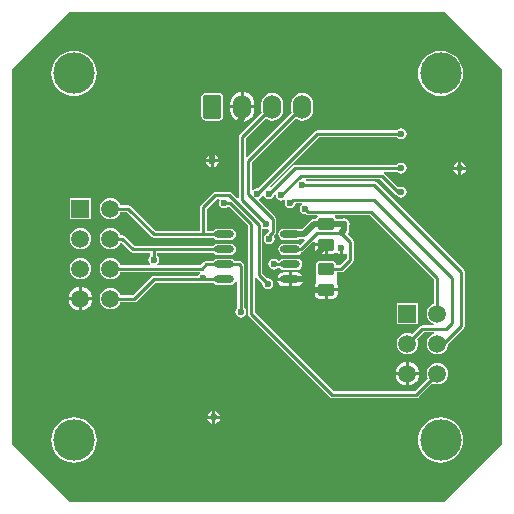
<source format=gbl>
G04 Layer_Physical_Order=2*
G04 Layer_Color=16711680*
%FSLAX44Y44*%
%MOMM*%
G71*
G01*
G75*
G04:AMPARAMS|DCode=17|XSize=1.4mm|YSize=1mm|CornerRadius=0.125mm|HoleSize=0mm|Usage=FLASHONLY|Rotation=0.000|XOffset=0mm|YOffset=0mm|HoleType=Round|Shape=RoundedRectangle|*
%AMROUNDEDRECTD17*
21,1,1.4000,0.7500,0,0,0.0*
21,1,1.1500,1.0000,0,0,0.0*
1,1,0.2500,0.5750,-0.3750*
1,1,0.2500,-0.5750,-0.3750*
1,1,0.2500,-0.5750,0.3750*
1,1,0.2500,0.5750,0.3750*
%
%ADD17ROUNDEDRECTD17*%
%ADD18C,0.2500*%
%ADD20C,0.5000*%
%ADD22C,1.5000*%
%ADD23R,1.5000X1.5000*%
%ADD24O,1.5240X2.0320*%
G04:AMPARAMS|DCode=25|XSize=1.524mm|YSize=2.032mm|CornerRadius=0.1905mm|HoleSize=0mm|Usage=FLASHONLY|Rotation=0.000|XOffset=0mm|YOffset=0mm|HoleType=Round|Shape=RoundedRectangle|*
%AMROUNDEDRECTD25*
21,1,1.5240,1.6510,0,0,0.0*
21,1,1.1430,2.0320,0,0,0.0*
1,1,0.3810,0.5715,-0.8255*
1,1,0.3810,-0.5715,-0.8255*
1,1,0.3810,-0.5715,0.8255*
1,1,0.3810,0.5715,0.8255*
%
%ADD25ROUNDEDRECTD25*%
%ADD26C,3.5000*%
%ADD27C,0.6000*%
%ADD28O,1.7000X0.6500*%
G36*
X207451Y158944D02*
Y-158944D01*
X158944Y-207451D01*
X-158944D01*
X-207451Y-158944D01*
Y158944D01*
X-158944Y207451D01*
X158944D01*
X207451Y158944D01*
D02*
G37*
%LPC*%
G36*
X155200Y174292D02*
X151475Y173925D01*
X147894Y172839D01*
X144593Y171075D01*
X141700Y168700D01*
X139326Y165807D01*
X137562Y162506D01*
X136475Y158925D01*
X136108Y155200D01*
X136475Y151475D01*
X137562Y147894D01*
X139326Y144593D01*
X141700Y141700D01*
X144593Y139326D01*
X147894Y137562D01*
X151475Y136475D01*
X155200Y136108D01*
X158925Y136475D01*
X162506Y137562D01*
X165807Y139326D01*
X168700Y141700D01*
X171075Y144593D01*
X172839Y147894D01*
X173925Y151475D01*
X174292Y155200D01*
X173925Y158925D01*
X172839Y162506D01*
X171075Y165807D01*
X168700Y168700D01*
X165807Y171075D01*
X162506Y172839D01*
X158925Y173925D01*
X155200Y174292D01*
D02*
G37*
G36*
X-155200D02*
X-158925Y173925D01*
X-162506Y172839D01*
X-165807Y171075D01*
X-168700Y168700D01*
X-171074Y165807D01*
X-172839Y162506D01*
X-173925Y158925D01*
X-174292Y155200D01*
X-173925Y151475D01*
X-172839Y147894D01*
X-171074Y144593D01*
X-168700Y141700D01*
X-165807Y139326D01*
X-162506Y137562D01*
X-158925Y136475D01*
X-155200Y136108D01*
X-151475Y136475D01*
X-147894Y137562D01*
X-144593Y139326D01*
X-141700Y141700D01*
X-139326Y144593D01*
X-137561Y147894D01*
X-136475Y151475D01*
X-136108Y155200D01*
X-136475Y158925D01*
X-137561Y162506D01*
X-139326Y165807D01*
X-141700Y168700D01*
X-144593Y171075D01*
X-147894Y172839D01*
X-151475Y173925D01*
X-155200Y174292D01*
D02*
G37*
G36*
X-11430Y139621D02*
Y128270D01*
X-2452D01*
Y129540D01*
X-2801Y132192D01*
X-3825Y134664D01*
X-5454Y136786D01*
X-7576Y138415D01*
X-10048Y139439D01*
X-11430Y139621D01*
D02*
G37*
G36*
X-13970D02*
X-15352Y139439D01*
X-17824Y138415D01*
X-19946Y136786D01*
X-21575Y134664D01*
X-22598Y132192D01*
X-22948Y129540D01*
Y128270D01*
X-13970D01*
Y139621D01*
D02*
G37*
G36*
X-32385Y138727D02*
X-43815D01*
X-45143Y138462D01*
X-46270Y137710D01*
X-47022Y136584D01*
X-47287Y135255D01*
Y118745D01*
X-47022Y117416D01*
X-46270Y116290D01*
X-45143Y115538D01*
X-43815Y115273D01*
X-32385D01*
X-31056Y115538D01*
X-29930Y116290D01*
X-29177Y117416D01*
X-28913Y118745D01*
Y135255D01*
X-29177Y136584D01*
X-29930Y137710D01*
X-31056Y138462D01*
X-32385Y138727D01*
D02*
G37*
G36*
X38100Y138739D02*
X35719Y138425D01*
X33501Y137506D01*
X31596Y136045D01*
X30134Y134139D01*
X29215Y131921D01*
X28901Y129540D01*
Y124460D01*
X29215Y122080D01*
X-8626Y84239D01*
X-9896Y84765D01*
Y100439D01*
X7002Y117337D01*
X8101Y116494D01*
X10319Y115575D01*
X12700Y115261D01*
X15081Y115575D01*
X17299Y116494D01*
X19204Y117956D01*
X20666Y119861D01*
X21585Y122079D01*
X21899Y124460D01*
Y129540D01*
X21585Y131921D01*
X20666Y134139D01*
X19204Y136045D01*
X17299Y137506D01*
X15081Y138425D01*
X12700Y138739D01*
X10319Y138425D01*
X8101Y137506D01*
X6196Y136045D01*
X4734Y134139D01*
X3815Y131921D01*
X3501Y129540D01*
Y124460D01*
X3815Y122080D01*
X-14683Y103583D01*
X-15290Y102673D01*
X-15504Y101600D01*
Y49805D01*
X-16774Y49279D01*
X-21547Y54053D01*
X-22457Y54660D01*
X-23530Y54874D01*
X-35560D01*
X-36633Y54660D01*
X-37543Y54053D01*
X-47703Y43893D01*
X-48310Y42983D01*
X-48524Y41910D01*
Y21854D01*
X-86469D01*
X-107238Y42623D01*
X-108147Y43231D01*
X-109220Y43444D01*
X-115880D01*
X-116599Y45179D01*
X-118041Y47059D01*
X-119921Y48502D01*
X-122110Y49408D01*
X-124460Y49718D01*
X-126809Y49408D01*
X-128999Y48502D01*
X-130879Y47059D01*
X-132321Y45179D01*
X-133228Y42990D01*
X-133538Y40640D01*
X-133228Y38291D01*
X-132321Y36101D01*
X-130879Y34221D01*
X-128999Y32779D01*
X-126809Y31872D01*
X-124460Y31562D01*
X-122110Y31872D01*
X-119921Y32779D01*
X-118041Y34221D01*
X-116599Y36101D01*
X-115880Y37836D01*
X-110381D01*
X-89613Y17068D01*
X-88703Y16460D01*
X-87630Y16246D01*
X-37089D01*
X-36674Y15625D01*
X-35103Y14576D01*
X-33250Y14207D01*
X-22750D01*
X-20896Y14576D01*
X-19325Y15625D01*
X-18276Y17197D01*
X-17907Y19050D01*
X-18276Y20903D01*
X-19325Y22475D01*
X-20896Y23524D01*
X-22750Y23893D01*
X-33250D01*
X-35103Y23524D01*
X-36674Y22475D01*
X-37089Y21854D01*
X-42916D01*
Y40749D01*
X-34399Y49266D01*
X-32510D01*
X-31831Y47996D01*
X-32179Y47476D01*
X-32528Y45720D01*
X-32179Y43964D01*
X-31184Y42476D01*
X-29696Y41481D01*
X-27940Y41132D01*
X-26184Y41481D01*
X-24696Y42476D01*
X-23340Y42235D01*
X-7884Y26779D01*
Y-48260D01*
X-7670Y-49333D01*
X-7063Y-50243D01*
X61517Y-118823D01*
X62427Y-119430D01*
X63500Y-119644D01*
X134620D01*
X135693Y-119430D01*
X136603Y-118823D01*
X148316Y-107110D01*
X150051Y-107828D01*
X152400Y-108138D01*
X154750Y-107828D01*
X156939Y-106921D01*
X158819Y-105479D01*
X160261Y-103599D01*
X161168Y-101409D01*
X161478Y-99060D01*
X161168Y-96710D01*
X160261Y-94521D01*
X158819Y-92641D01*
X156939Y-91199D01*
X154750Y-90292D01*
X152400Y-89982D01*
X150051Y-90292D01*
X147861Y-91199D01*
X145981Y-92641D01*
X144539Y-94521D01*
X143632Y-96710D01*
X143322Y-99060D01*
X143632Y-101409D01*
X144350Y-103144D01*
X133459Y-114036D01*
X64661D01*
X-2276Y-47099D01*
Y-17169D01*
X-1006Y-16783D01*
X-713Y-17223D01*
X4405Y-22340D01*
X4302Y-22860D01*
X4651Y-24616D01*
X5646Y-26104D01*
X7134Y-27099D01*
X8890Y-27448D01*
X10646Y-27099D01*
X12134Y-26104D01*
X13129Y-24616D01*
X13478Y-22860D01*
X13129Y-21104D01*
X12134Y-19616D01*
X10646Y-18621D01*
X8890Y-18272D01*
X8370Y-18375D01*
X4074Y-14079D01*
Y23370D01*
X5344Y24049D01*
X5864Y23701D01*
X7620Y23352D01*
X9161Y23658D01*
X10312Y22953D01*
X10401Y21987D01*
X8177Y19763D01*
X7652Y18976D01*
X6916Y18484D01*
X5921Y16996D01*
X5572Y15240D01*
X5921Y13484D01*
X6916Y11996D01*
X8404Y11001D01*
X10160Y10652D01*
X11916Y11001D01*
X13404Y11996D01*
X14399Y13484D01*
X14748Y15240D01*
X14399Y16996D01*
X13975Y17630D01*
X15353Y19007D01*
X15960Y19917D01*
X16174Y20990D01*
Y31838D01*
X15960Y32911D01*
X15353Y33821D01*
X1304Y47869D01*
X1632Y48951D01*
X1823Y49146D01*
X3244Y50096D01*
X4239Y51584D01*
X4433Y52558D01*
X5727D01*
X5921Y51584D01*
X6916Y50096D01*
X8404Y49101D01*
X10160Y48752D01*
X11916Y49101D01*
X13404Y50096D01*
X14399Y51584D01*
X14516Y52171D01*
X15732Y52070D01*
X16081Y50314D01*
X17076Y48826D01*
X18564Y47831D01*
X20320Y47482D01*
X22076Y47831D01*
X22682Y48236D01*
X23462Y47654D01*
X23681Y47376D01*
X23352Y45720D01*
X23701Y43964D01*
X24696Y42476D01*
X26184Y41481D01*
X27940Y41132D01*
X29696Y41481D01*
X31184Y42476D01*
X32179Y43964D01*
X32476Y45456D01*
X37462D01*
X37847Y44186D01*
X37396Y43884D01*
X36401Y42396D01*
X36052Y40640D01*
X36401Y38884D01*
X37396Y37396D01*
X38884Y36401D01*
X40640Y36052D01*
X41160Y36155D01*
X41197Y36117D01*
X42107Y35510D01*
X43180Y35296D01*
X50667D01*
X51052Y34026D01*
X50687Y33782D01*
X50080Y32873D01*
X49932Y32128D01*
X48370D01*
X46809Y31818D01*
X45486Y30934D01*
X45486Y30934D01*
X37681Y23128D01*
X35696D01*
X35103Y23524D01*
X33250Y23893D01*
X22750D01*
X20897Y23524D01*
X19325Y22475D01*
X18276Y20903D01*
X17907Y19050D01*
X18276Y17197D01*
X19325Y15625D01*
X20897Y14576D01*
X22750Y14207D01*
X33250D01*
X35103Y14576D01*
X35696Y14972D01*
X39370D01*
X39370Y14972D01*
X39770Y15051D01*
X40396Y13881D01*
X36444Y9929D01*
X35103Y10825D01*
X33250Y11193D01*
X22750D01*
X20897Y10825D01*
X19325Y9775D01*
X18276Y8203D01*
X17907Y6350D01*
X18276Y4497D01*
X19325Y2925D01*
X20897Y1876D01*
X22750Y1507D01*
X33250D01*
X35103Y1876D01*
X36675Y2925D01*
X37129Y3606D01*
X37903Y3760D01*
X38813Y4367D01*
X47536Y13091D01*
X48806Y12565D01*
Y11320D01*
X58420D01*
Y10050D01*
X59690D01*
Y2436D01*
X64170D01*
X65649Y2730D01*
X65926Y2915D01*
X67126Y3406D01*
X68958Y2181D01*
X69850Y2004D01*
Y7400D01*
X72390D01*
Y2004D01*
X73282Y2181D01*
X74666Y3106D01*
X75936Y2524D01*
Y-1379D01*
X70068Y-7246D01*
X66974D01*
Y-6300D01*
X66761Y-5227D01*
X66153Y-4318D01*
X65243Y-3710D01*
X64170Y-3496D01*
X52670D01*
X51597Y-3710D01*
X50687Y-4318D01*
X50080Y-5227D01*
X49866Y-6300D01*
Y-13800D01*
X49875Y-13845D01*
X49420Y-14300D01*
Y-22342D01*
X49100Y-22821D01*
X48806Y-24300D01*
Y-26780D01*
X58420D01*
Y-28050D01*
D01*
Y-26780D01*
X68034D01*
Y-24300D01*
X67740Y-22821D01*
X67420Y-22342D01*
Y-14300D01*
X67244Y-14124D01*
X67639Y-12854D01*
X71230D01*
X72303Y-12641D01*
X73212Y-12033D01*
X80723Y-4523D01*
X81330Y-3613D01*
X81544Y-2540D01*
Y12700D01*
X81330Y13773D01*
X80723Y14683D01*
X76612Y18793D01*
X76544Y19976D01*
X77428Y21299D01*
X77738Y22860D01*
Y25944D01*
X77899Y26184D01*
X78248Y27940D01*
X77899Y29696D01*
X76904Y31184D01*
X75416Y32179D01*
X73660Y32528D01*
X71904Y32179D01*
X71828Y32128D01*
X66909D01*
X66761Y32873D01*
X66153Y33782D01*
X65788Y34026D01*
X66173Y35296D01*
X95359D01*
X149596Y-18942D01*
Y-39680D01*
X147861Y-40399D01*
X145981Y-41841D01*
X144539Y-43721D01*
X143632Y-45910D01*
X143322Y-48260D01*
X143632Y-50609D01*
X144539Y-52799D01*
X145981Y-54679D01*
X147861Y-56121D01*
X149707Y-56886D01*
X149455Y-58156D01*
X139700D01*
X138627Y-58370D01*
X137717Y-58977D01*
X131084Y-65610D01*
X129350Y-64892D01*
X127000Y-64582D01*
X124651Y-64892D01*
X122461Y-65799D01*
X120581Y-67241D01*
X119139Y-69121D01*
X118232Y-71310D01*
X117922Y-73660D01*
X118232Y-76009D01*
X119139Y-78199D01*
X120581Y-80079D01*
X122461Y-81521D01*
X124651Y-82428D01*
X127000Y-82738D01*
X129350Y-82428D01*
X131539Y-81521D01*
X133419Y-80079D01*
X134861Y-78199D01*
X135768Y-76009D01*
X136078Y-73660D01*
X135768Y-71310D01*
X135050Y-69576D01*
X140861Y-63764D01*
X149455D01*
X149707Y-65034D01*
X147861Y-65799D01*
X145981Y-67241D01*
X144539Y-69121D01*
X143632Y-71310D01*
X143322Y-73660D01*
X143632Y-76009D01*
X144539Y-78199D01*
X145981Y-80079D01*
X147861Y-81521D01*
X150051Y-82428D01*
X152400Y-82738D01*
X154750Y-82428D01*
X156939Y-81521D01*
X158819Y-80079D01*
X160261Y-78199D01*
X161168Y-76009D01*
X161478Y-73660D01*
X161474Y-73631D01*
X174703Y-60403D01*
X175310Y-59493D01*
X175524Y-58420D01*
Y-12700D01*
X175310Y-11627D01*
X174703Y-10717D01*
X101043Y62943D01*
X100133Y63550D01*
X99060Y63764D01*
X41801D01*
X41125Y64569D01*
X41550Y65776D01*
X104249D01*
X117397Y52627D01*
X118184Y52102D01*
X118676Y51366D01*
X120164Y50371D01*
X121920Y50022D01*
X123676Y50371D01*
X125164Y51366D01*
X126159Y52854D01*
X126508Y54610D01*
X126159Y56366D01*
X125164Y57854D01*
X123676Y58849D01*
X121920Y59198D01*
X120164Y58849D01*
X119530Y58425D01*
X107393Y70563D01*
X106953Y70856D01*
X107339Y72126D01*
X118381D01*
X118676Y71686D01*
X120164Y70691D01*
X121920Y70342D01*
X123676Y70691D01*
X125164Y71686D01*
X126159Y73174D01*
X126508Y74930D01*
X126159Y76686D01*
X125164Y78174D01*
X123676Y79169D01*
X121920Y79518D01*
X120164Y79169D01*
X118676Y78174D01*
X118381Y77734D01*
X31750D01*
X30677Y77520D01*
X29767Y76913D01*
X11406Y58552D01*
X10933Y58512D01*
X10661Y58868D01*
X10544Y59919D01*
X51961Y101336D01*
X118381D01*
X118676Y100896D01*
X120164Y99901D01*
X121920Y99552D01*
X123676Y99901D01*
X125164Y100896D01*
X126159Y102384D01*
X126508Y104140D01*
X126159Y105896D01*
X125164Y107384D01*
X123676Y108379D01*
X121920Y108728D01*
X120164Y108379D01*
X118676Y107384D01*
X118381Y106944D01*
X50800D01*
X49727Y106730D01*
X48817Y106123D01*
X520Y57825D01*
X0Y57928D01*
X-1756Y57579D01*
X-3244Y56584D01*
X-3546Y56133D01*
X-4816Y56518D01*
Y80119D01*
X32402Y117337D01*
X33501Y116494D01*
X35719Y115575D01*
X38100Y115261D01*
X40481Y115575D01*
X42699Y116494D01*
X44605Y117956D01*
X46066Y119861D01*
X46985Y122079D01*
X47299Y124460D01*
Y129540D01*
X46985Y131921D01*
X46066Y134139D01*
X44605Y136045D01*
X42699Y137506D01*
X40481Y138425D01*
X38100Y138739D01*
D02*
G37*
G36*
X-2452Y125730D02*
X-11430D01*
Y114380D01*
X-10048Y114562D01*
X-7576Y115585D01*
X-5454Y117214D01*
X-3825Y119336D01*
X-2801Y121808D01*
X-2452Y124460D01*
Y125730D01*
D02*
G37*
G36*
X-13970D02*
X-22948D01*
Y124460D01*
X-22598Y121808D01*
X-21575Y119336D01*
X-19946Y117214D01*
X-17824Y115585D01*
X-15352Y114562D01*
X-13970Y114380D01*
Y125730D01*
D02*
G37*
G36*
X-36830Y86676D02*
Y82550D01*
X-32704D01*
X-32881Y83442D01*
X-34106Y85274D01*
X-35938Y86499D01*
X-36830Y86676D01*
D02*
G37*
G36*
X-39370D02*
X-40262Y86499D01*
X-42094Y85274D01*
X-43319Y83442D01*
X-43496Y82550D01*
X-39370D01*
Y86676D01*
D02*
G37*
G36*
X172720Y80326D02*
Y76200D01*
X176846D01*
X176669Y77092D01*
X175444Y78924D01*
X173612Y80149D01*
X172720Y80326D01*
D02*
G37*
G36*
X170180D02*
X169288Y80149D01*
X167456Y78924D01*
X166231Y77092D01*
X166054Y76200D01*
X170180D01*
Y80326D01*
D02*
G37*
G36*
X-32704Y80010D02*
X-36830D01*
Y75884D01*
X-35938Y76061D01*
X-34106Y77286D01*
X-32881Y79118D01*
X-32704Y80010D01*
D02*
G37*
G36*
X-39370D02*
X-43496D01*
X-43319Y79118D01*
X-42094Y77286D01*
X-40262Y76061D01*
X-39370Y75884D01*
Y80010D01*
D02*
G37*
G36*
X176846Y73660D02*
X172720D01*
Y69534D01*
X173612Y69711D01*
X175444Y70936D01*
X176669Y72768D01*
X176846Y73660D01*
D02*
G37*
G36*
X170180D02*
X166054D01*
X166231Y72768D01*
X167456Y70936D01*
X169288Y69711D01*
X170180Y69534D01*
Y73660D01*
D02*
G37*
G36*
X-140860Y49640D02*
X-158860D01*
Y31640D01*
X-140860D01*
Y49640D01*
D02*
G37*
G36*
X-149860Y24318D02*
X-152209Y24008D01*
X-154399Y23101D01*
X-156279Y21659D01*
X-157721Y19779D01*
X-158628Y17590D01*
X-158938Y15240D01*
X-158628Y12891D01*
X-157721Y10701D01*
X-156279Y8821D01*
X-154399Y7379D01*
X-152209Y6472D01*
X-149860Y6162D01*
X-147510Y6472D01*
X-145321Y7379D01*
X-143441Y8821D01*
X-141999Y10701D01*
X-141092Y12891D01*
X-140782Y15240D01*
X-141092Y17590D01*
X-141999Y19779D01*
X-143441Y21659D01*
X-145321Y23101D01*
X-147510Y24008D01*
X-149860Y24318D01*
D02*
G37*
G36*
X57150Y8780D02*
X48806D01*
Y6300D01*
X49100Y4821D01*
X49938Y3567D01*
X51191Y2730D01*
X52670Y2436D01*
X57150D01*
Y8780D01*
D02*
G37*
G36*
X-124460Y24318D02*
X-126809Y24008D01*
X-128999Y23101D01*
X-130879Y21659D01*
X-132321Y19779D01*
X-133228Y17590D01*
X-133538Y15240D01*
X-133228Y12891D01*
X-132321Y10701D01*
X-130879Y8821D01*
X-128999Y7379D01*
X-126809Y6472D01*
X-124460Y6162D01*
X-122110Y6472D01*
X-119921Y7379D01*
X-118041Y8821D01*
X-116599Y10701D01*
X-116283Y11462D01*
X-114785Y11760D01*
X-107393Y4367D01*
X-106483Y3760D01*
X-105410Y3546D01*
X-90434D01*
Y999D01*
X-90874Y704D01*
X-91869Y-784D01*
X-92218Y-2540D01*
X-91869Y-4296D01*
X-90874Y-5784D01*
X-90423Y-6086D01*
X-90808Y-7356D01*
X-115880D01*
X-116599Y-5621D01*
X-118041Y-3741D01*
X-119921Y-2298D01*
X-122110Y-1392D01*
X-124460Y-1082D01*
X-126809Y-1392D01*
X-128999Y-2298D01*
X-130879Y-3741D01*
X-132321Y-5621D01*
X-133228Y-7810D01*
X-133538Y-10160D01*
X-133228Y-12509D01*
X-132321Y-14699D01*
X-130879Y-16579D01*
X-128999Y-18021D01*
X-126809Y-18928D01*
X-124460Y-19238D01*
X-122110Y-18928D01*
X-119921Y-18021D01*
X-118041Y-16579D01*
X-116599Y-14699D01*
X-115880Y-12964D01*
X-48898D01*
X-48513Y-14234D01*
X-48964Y-14536D01*
X-49959Y-16024D01*
X-50003Y-16246D01*
X-87630D01*
X-88703Y-16459D01*
X-89613Y-17067D01*
X-105301Y-32756D01*
X-115880D01*
X-116599Y-31021D01*
X-118041Y-29141D01*
X-119921Y-27699D01*
X-122110Y-26792D01*
X-124460Y-26482D01*
X-126809Y-26792D01*
X-128999Y-27699D01*
X-130879Y-29141D01*
X-132321Y-31021D01*
X-133228Y-33210D01*
X-133538Y-35560D01*
X-133228Y-37909D01*
X-132321Y-40099D01*
X-130879Y-41979D01*
X-128999Y-43421D01*
X-126809Y-44328D01*
X-124460Y-44638D01*
X-122110Y-44328D01*
X-119921Y-43421D01*
X-118041Y-41979D01*
X-116599Y-40099D01*
X-115880Y-38364D01*
X-104140D01*
X-103067Y-38150D01*
X-102157Y-37543D01*
X-86468Y-21854D01*
X-47723D01*
X-47476Y-22019D01*
X-45720Y-22368D01*
X-43964Y-22019D01*
X-43717Y-21854D01*
X-37089D01*
X-36674Y-22475D01*
X-35103Y-23524D01*
X-33250Y-23893D01*
X-22750D01*
X-20896Y-23524D01*
X-19325Y-22475D01*
X-18276Y-20903D01*
X-18044Y-19739D01*
X-16774Y-19864D01*
Y-43451D01*
X-17214Y-43746D01*
X-18209Y-45234D01*
X-18558Y-46990D01*
X-18209Y-48746D01*
X-17214Y-50234D01*
X-15726Y-51229D01*
X-13970Y-51578D01*
X-12214Y-51229D01*
X-10726Y-50234D01*
X-9731Y-48746D01*
X-9382Y-46990D01*
X-9731Y-45234D01*
X-10726Y-43746D01*
X-11166Y-43451D01*
Y-7620D01*
X-11380Y-6547D01*
X-11987Y-5637D01*
X-13257Y-4367D01*
X-14167Y-3760D01*
X-15240Y-3546D01*
X-18911D01*
X-19325Y-2925D01*
X-20896Y-1875D01*
X-22750Y-1507D01*
X-33250D01*
X-35103Y-1875D01*
X-36674Y-2925D01*
X-37089Y-3546D01*
X-43180D01*
X-44253Y-3760D01*
X-45163Y-4367D01*
X-48151Y-7356D01*
X-84452D01*
X-84837Y-6086D01*
X-84386Y-5784D01*
X-83391Y-4296D01*
X-83042Y-2540D01*
X-83391Y-784D01*
X-84386Y704D01*
X-84826Y999D01*
Y3546D01*
X-37089D01*
X-36674Y2925D01*
X-35103Y1876D01*
X-33250Y1507D01*
X-22750D01*
X-20896Y1876D01*
X-19325Y2925D01*
X-18276Y4497D01*
X-17907Y6350D01*
X-18276Y8203D01*
X-19325Y9775D01*
X-20896Y10825D01*
X-22750Y11193D01*
X-33250D01*
X-35103Y10825D01*
X-36674Y9775D01*
X-37089Y9154D01*
X-104249D01*
X-112317Y17223D01*
X-113227Y17830D01*
X-114300Y18044D01*
X-115880D01*
X-116599Y19779D01*
X-118041Y21659D01*
X-119921Y23101D01*
X-122110Y24008D01*
X-124460Y24318D01*
D02*
G37*
G36*
X33250Y-1507D02*
X22750D01*
X20897Y-1875D01*
X19325Y-2925D01*
X18911Y-3546D01*
X17509D01*
X17214Y-3106D01*
X15726Y-2111D01*
X13970Y-1762D01*
X12214Y-2111D01*
X10726Y-3106D01*
X9731Y-4594D01*
X9382Y-6350D01*
X9731Y-8106D01*
X10726Y-9594D01*
X12214Y-10589D01*
X13970Y-10938D01*
X15726Y-10589D01*
X17214Y-9594D01*
X17509Y-9154D01*
X18911D01*
X19325Y-9775D01*
X20897Y-10824D01*
X22750Y-11193D01*
X33250D01*
X35103Y-10824D01*
X36675Y-9775D01*
X37724Y-8203D01*
X38093Y-6350D01*
X37724Y-4497D01*
X36675Y-2925D01*
X35103Y-1875D01*
X33250Y-1507D01*
D02*
G37*
G36*
Y-13147D02*
X29270D01*
Y-17780D01*
X38901D01*
X38704Y-16791D01*
X37424Y-14876D01*
X35509Y-13596D01*
X33250Y-13147D01*
D02*
G37*
G36*
X26730D02*
X22750D01*
X20491Y-13596D01*
X18576Y-14876D01*
X17296Y-16791D01*
X17099Y-17780D01*
X26730D01*
Y-13147D01*
D02*
G37*
G36*
X-149860Y-1082D02*
X-152209Y-1392D01*
X-154399Y-2298D01*
X-156279Y-3741D01*
X-157721Y-5621D01*
X-158628Y-7810D01*
X-158938Y-10160D01*
X-158628Y-12509D01*
X-157721Y-14699D01*
X-156279Y-16579D01*
X-154399Y-18021D01*
X-152209Y-18928D01*
X-149860Y-19238D01*
X-147510Y-18928D01*
X-145321Y-18021D01*
X-143441Y-16579D01*
X-141999Y-14699D01*
X-141092Y-12509D01*
X-140782Y-10160D01*
X-141092Y-7810D01*
X-141999Y-5621D01*
X-143441Y-3741D01*
X-145321Y-2298D01*
X-147510Y-1392D01*
X-149860Y-1082D01*
D02*
G37*
G36*
X38901Y-20320D02*
X29270D01*
Y-24953D01*
X33250D01*
X35509Y-24504D01*
X37424Y-23224D01*
X38704Y-21309D01*
X38901Y-20320D01*
D02*
G37*
G36*
X26730D02*
X17099D01*
X17296Y-21309D01*
X18576Y-23224D01*
X20491Y-24504D01*
X22750Y-24953D01*
X26730D01*
Y-20320D01*
D02*
G37*
G36*
X-148590Y-25601D02*
Y-34290D01*
X-139901D01*
X-140078Y-32939D01*
X-141090Y-30497D01*
X-142699Y-28399D01*
X-144797Y-26790D01*
X-147239Y-25778D01*
X-148590Y-25601D01*
D02*
G37*
G36*
X-151130D02*
X-152481Y-25778D01*
X-154923Y-26790D01*
X-157021Y-28399D01*
X-158630Y-30497D01*
X-159642Y-32939D01*
X-159819Y-34290D01*
X-151130D01*
Y-25601D01*
D02*
G37*
G36*
X68034Y-29320D02*
X59690D01*
Y-35664D01*
X64170D01*
X65649Y-35370D01*
X66902Y-34533D01*
X67740Y-33279D01*
X68034Y-31800D01*
Y-29320D01*
D02*
G37*
G36*
X57150D02*
X48806D01*
Y-31800D01*
X49100Y-33279D01*
X49938Y-34533D01*
X51191Y-35370D01*
X52670Y-35664D01*
X57150D01*
Y-29320D01*
D02*
G37*
G36*
X-139901Y-36830D02*
X-148590D01*
Y-45519D01*
X-147239Y-45342D01*
X-144797Y-44330D01*
X-142699Y-42720D01*
X-141090Y-40623D01*
X-140078Y-38181D01*
X-139901Y-36830D01*
D02*
G37*
G36*
X-151130D02*
X-159819D01*
X-159642Y-38181D01*
X-158630Y-40623D01*
X-157021Y-42720D01*
X-154923Y-44330D01*
X-152481Y-45342D01*
X-151130Y-45519D01*
Y-36830D01*
D02*
G37*
G36*
X136000Y-39260D02*
X118000D01*
Y-57260D01*
X136000D01*
Y-39260D01*
D02*
G37*
G36*
X128270Y-89101D02*
Y-97790D01*
X136959D01*
X136782Y-96439D01*
X135770Y-93997D01*
X134161Y-91899D01*
X132063Y-90290D01*
X129621Y-89278D01*
X128270Y-89101D01*
D02*
G37*
G36*
X125730D02*
X124379Y-89278D01*
X121937Y-90290D01*
X119839Y-91899D01*
X118230Y-93997D01*
X117219Y-96439D01*
X117041Y-97790D01*
X125730D01*
Y-89101D01*
D02*
G37*
G36*
X136959Y-100330D02*
X128270D01*
Y-109019D01*
X129621Y-108841D01*
X132063Y-107830D01*
X134161Y-106221D01*
X135770Y-104123D01*
X136782Y-101681D01*
X136959Y-100330D01*
D02*
G37*
G36*
X125730D02*
X117041D01*
X117219Y-101681D01*
X118230Y-104123D01*
X119839Y-106221D01*
X121937Y-107830D01*
X124379Y-108841D01*
X125730Y-109019D01*
Y-100330D01*
D02*
G37*
G36*
X-35560Y-130494D02*
Y-134620D01*
X-31434D01*
X-31611Y-133728D01*
X-32836Y-131896D01*
X-34669Y-130671D01*
X-35560Y-130494D01*
D02*
G37*
G36*
X-38100D02*
X-38992Y-130671D01*
X-40824Y-131896D01*
X-42049Y-133728D01*
X-42226Y-134620D01*
X-38100D01*
Y-130494D01*
D02*
G37*
G36*
X-31434Y-137160D02*
X-35560D01*
Y-141286D01*
X-34669Y-141109D01*
X-32836Y-139884D01*
X-31611Y-138052D01*
X-31434Y-137160D01*
D02*
G37*
G36*
X-38100D02*
X-42226D01*
X-42049Y-138052D01*
X-40824Y-139884D01*
X-38992Y-141109D01*
X-38100Y-141286D01*
Y-137160D01*
D02*
G37*
G36*
X155200Y-136108D02*
X151475Y-136475D01*
X147894Y-137561D01*
X144593Y-139326D01*
X141700Y-141700D01*
X139326Y-144593D01*
X137562Y-147894D01*
X136475Y-151475D01*
X136108Y-155200D01*
X136475Y-158925D01*
X137562Y-162506D01*
X139326Y-165807D01*
X141700Y-168700D01*
X144593Y-171074D01*
X147894Y-172839D01*
X151475Y-173925D01*
X155200Y-174292D01*
X158925Y-173925D01*
X162506Y-172839D01*
X165807Y-171074D01*
X168700Y-168700D01*
X171075Y-165807D01*
X172839Y-162506D01*
X173925Y-158925D01*
X174292Y-155200D01*
X173925Y-151475D01*
X172839Y-147894D01*
X171075Y-144593D01*
X168700Y-141700D01*
X165807Y-139326D01*
X162506Y-137561D01*
X158925Y-136475D01*
X155200Y-136108D01*
D02*
G37*
G36*
X-155200D02*
X-158925Y-136475D01*
X-162506Y-137561D01*
X-165807Y-139326D01*
X-168700Y-141700D01*
X-171074Y-144593D01*
X-172839Y-147894D01*
X-173925Y-151475D01*
X-174292Y-155200D01*
X-173925Y-158925D01*
X-172839Y-162506D01*
X-171074Y-165807D01*
X-168700Y-168700D01*
X-165807Y-171074D01*
X-162506Y-172839D01*
X-158925Y-173925D01*
X-155200Y-174292D01*
X-151475Y-173925D01*
X-147894Y-172839D01*
X-144593Y-171074D01*
X-141700Y-168700D01*
X-139326Y-165807D01*
X-137561Y-162506D01*
X-136475Y-158925D01*
X-136108Y-155200D01*
X-136475Y-151475D01*
X-137561Y-147894D01*
X-139326Y-144593D01*
X-141700Y-141700D01*
X-144593Y-139326D01*
X-147894Y-137561D01*
X-151475Y-136475D01*
X-155200Y-136108D01*
D02*
G37*
%LPD*%
D17*
X58420Y10050D02*
D03*
Y28050D02*
D03*
Y-28050D02*
D03*
Y-10050D02*
D03*
D18*
X10160Y15240D02*
Y17780D01*
X58420Y-10050D02*
X71230D01*
X78740Y-2540D01*
Y12700D01*
X71120Y20320D02*
X78740Y12700D01*
X50800Y20320D02*
X71120D01*
X36830Y6350D02*
X50800Y20320D01*
X28000Y6350D02*
X36830D01*
X-124460Y40640D02*
X-109220D01*
X-87630Y19050D01*
X-124460Y-35560D02*
X-104140D01*
X-87630Y-19050D01*
X-124460Y15240D02*
X-114300D01*
X-105410Y6350D01*
X152400Y-48260D02*
Y-17780D01*
X96520Y38100D02*
X152400Y-17780D01*
X43180Y38100D02*
X96520D01*
X40640Y40640D02*
X43180Y38100D01*
X27940Y45720D02*
X30480Y48260D01*
X99060D01*
X165100Y-17780D01*
Y-55880D02*
Y-17780D01*
X160020Y-60960D02*
X165100Y-55880D01*
X139700Y-60960D02*
X160020D01*
X127000Y-73660D02*
X139700Y-60960D01*
X38100Y60960D02*
X99060D01*
X172720Y-12700D01*
X152400Y-73660D02*
X157480D01*
X172720Y-58420D01*
Y-12700D01*
X-5080Y-48260D02*
X63500Y-116840D01*
X134620D01*
X152400Y-99060D01*
X-27940Y45720D02*
X-22860D01*
X-5080Y27940D01*
X-12700Y48260D02*
X7620Y27940D01*
X-12700Y48260D02*
Y101600D01*
X12700Y127000D01*
X-7620Y81280D02*
X38100Y127000D01*
X-5080Y-48260D02*
Y27940D01*
X13370Y20990D02*
Y31838D01*
X10160Y17780D02*
X13370Y20990D01*
X-7620Y52828D02*
Y81280D01*
Y52828D02*
X13370Y31838D01*
X0Y53340D02*
X50800Y104140D01*
X121920D01*
X10160Y53340D02*
X31750Y74930D01*
X121920D01*
X13970Y-6350D02*
X28000D01*
X20320Y52070D02*
X36830Y68580D01*
X105410D01*
X119380Y54610D01*
X121920D01*
X-124460Y-10160D02*
X-46990D01*
X-43180Y-6350D01*
X-28000D01*
X-87630Y-2540D02*
Y6350D01*
X-105410D02*
X-87630D01*
X-28000D01*
Y-6350D02*
X-15240D01*
X-13970Y-7620D01*
Y-46990D02*
Y-7620D01*
X-87630Y-19050D02*
X-28000D01*
X-45720Y19050D02*
Y41910D01*
X-35560Y52070D01*
X-23530D01*
X1270Y27270D01*
Y-15240D02*
Y27270D01*
Y-15240D02*
X8890Y-22860D01*
X-87630Y19050D02*
X-45720D01*
X-28000D01*
D20*
X-12700Y116840D02*
Y127000D01*
X-38100Y91440D02*
X-12700Y116840D01*
X-38100Y81280D02*
Y91440D01*
X48370Y28050D02*
X58420D01*
X39370Y19050D02*
X48370Y28050D01*
X28000Y19050D02*
X39370D01*
X48370Y-28050D02*
X58420D01*
X28000Y-19050D02*
X39370D01*
X43180Y-5190D02*
X58420Y10050D01*
X43180Y-22860D02*
Y-5190D01*
X39370Y-19050D02*
X43180Y-22860D01*
X48370Y-28050D01*
X58420Y28050D02*
X73550D01*
X73660Y27940D01*
Y22860D02*
Y27940D01*
X71120Y20320D02*
X73660Y22860D01*
D22*
X152400Y-99060D02*
D03*
X127000D02*
D03*
X152400Y-73660D02*
D03*
X127000D02*
D03*
X152400Y-48260D02*
D03*
X-124460Y40640D02*
D03*
X-149860Y15240D02*
D03*
X-124460D02*
D03*
X-149860Y-10160D02*
D03*
X-124460D02*
D03*
X-149860Y-35560D02*
D03*
X-124460D02*
D03*
D23*
X127000Y-48260D02*
D03*
X-149860Y40640D02*
D03*
D24*
X12700Y127000D02*
D03*
X-12700D02*
D03*
X38100D02*
D03*
D25*
X-38100D02*
D03*
D26*
X-155200Y-155200D02*
D03*
X155200D02*
D03*
Y155200D02*
D03*
X-155200D02*
D03*
D27*
X171450Y74930D02*
D03*
X-38100Y81280D02*
D03*
X71120Y7400D02*
D03*
X7620Y27940D02*
D03*
X10160Y15240D02*
D03*
X40640Y40640D02*
D03*
X27940Y45720D02*
D03*
X38100Y60960D02*
D03*
X-27940Y45720D02*
D03*
X-36830Y-135890D02*
D03*
X121920Y104140D02*
D03*
Y74930D02*
D03*
X0Y53340D02*
D03*
X10160D02*
D03*
X20320Y52070D02*
D03*
X121920Y54610D02*
D03*
X13970Y-6350D02*
D03*
X-87630Y-2540D02*
D03*
X-13970Y-46990D02*
D03*
X-45720Y-17780D02*
D03*
X8890Y-22860D02*
D03*
X73660Y27940D02*
D03*
D28*
X28000Y19050D02*
D03*
Y6350D02*
D03*
Y-6350D02*
D03*
Y-19050D02*
D03*
X-28000Y19050D02*
D03*
Y6350D02*
D03*
Y-6350D02*
D03*
Y-19050D02*
D03*
M02*

</source>
